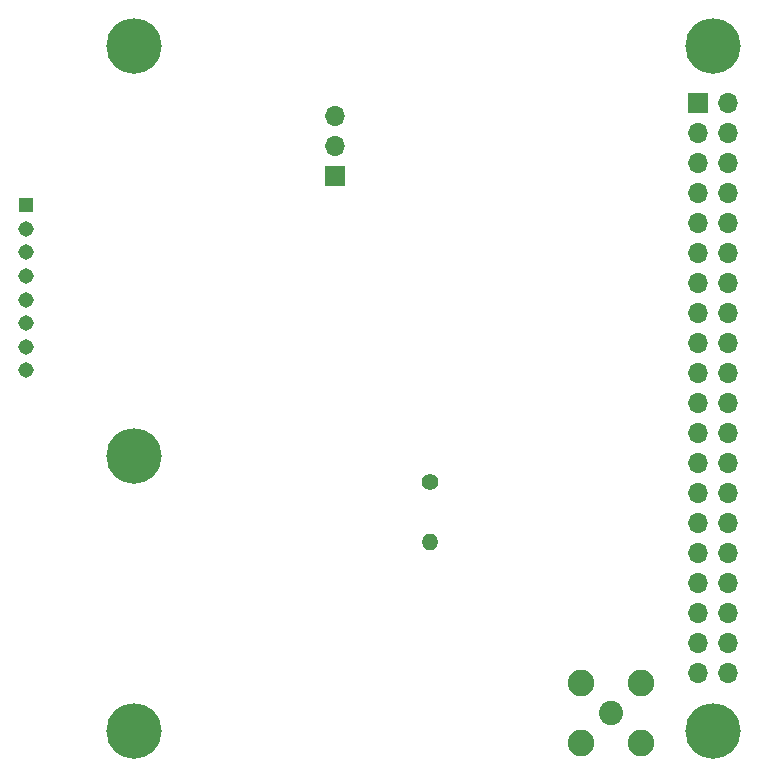
<source format=gbs>
%TF.GenerationSoftware,KiCad,Pcbnew,7.0.2-0*%
%TF.CreationDate,2023-12-02T21:38:18-08:00*%
%TF.ProjectId,RPi_interface,5250695f-696e-4746-9572-666163652e6b,1.0*%
%TF.SameCoordinates,Original*%
%TF.FileFunction,Soldermask,Bot*%
%TF.FilePolarity,Negative*%
%FSLAX46Y46*%
G04 Gerber Fmt 4.6, Leading zero omitted, Abs format (unit mm)*
G04 Created by KiCad (PCBNEW 7.0.2-0) date 2023-12-02 21:38:18*
%MOMM*%
%LPD*%
G01*
G04 APERTURE LIST*
%ADD10C,4.700000*%
%ADD11C,1.400000*%
%ADD12O,1.400000X1.400000*%
%ADD13C,2.050000*%
%ADD14C,2.250000*%
%ADD15R,1.700000X1.700000*%
%ADD16O,1.700000X1.700000*%
%ADD17R,1.308000X1.308000*%
%ADD18C,1.308000*%
G04 APERTURE END LIST*
D10*
%TO.C,H5*%
X102500000Y-86200000D03*
%TD*%
%TO.C,H2*%
X151500000Y-51500000D03*
%TD*%
%TO.C,H4*%
X151500000Y-109500000D03*
%TD*%
%TO.C,H1*%
X102500000Y-51500000D03*
%TD*%
D11*
%TO.C,TH1*%
X127550000Y-88460000D03*
D12*
X127550000Y-93540000D03*
%TD*%
D10*
%TO.C,H3*%
X102500000Y-109500000D03*
%TD*%
D13*
%TO.C,J4*%
X142830000Y-107960000D03*
D14*
X140290000Y-105420000D03*
X140290000Y-110500000D03*
X145370000Y-105420000D03*
X145370000Y-110500000D03*
%TD*%
D15*
%TO.C,J3*%
X119500000Y-62540000D03*
D16*
X119500000Y-60000000D03*
X119500000Y-57460000D03*
%TD*%
D17*
%TO.C,J2*%
X93300000Y-65000000D03*
D18*
X93300000Y-67000001D03*
X93300000Y-69000000D03*
X93300000Y-71000001D03*
X93300000Y-72999999D03*
X93300000Y-75000000D03*
X93300000Y-76999999D03*
X93300000Y-79000000D03*
%TD*%
D15*
%TO.C,J1*%
X150230000Y-56370000D03*
D16*
X152770000Y-56370000D03*
X150230000Y-58910000D03*
X152770000Y-58910000D03*
X150230000Y-61450000D03*
X152770000Y-61450000D03*
X150230000Y-63990000D03*
X152770000Y-63990000D03*
X150230000Y-66530000D03*
X152770000Y-66530000D03*
X150230000Y-69070000D03*
X152770000Y-69070000D03*
X150230000Y-71610000D03*
X152770000Y-71610000D03*
X150230000Y-74150000D03*
X152770000Y-74150000D03*
X150230000Y-76690000D03*
X152770000Y-76690000D03*
X150230000Y-79230000D03*
X152770000Y-79230000D03*
X150230000Y-81770000D03*
X152770000Y-81770000D03*
X150230000Y-84310000D03*
X152770000Y-84310000D03*
X150230000Y-86850000D03*
X152770000Y-86850000D03*
X150230000Y-89390000D03*
X152770000Y-89390000D03*
X150230000Y-91930000D03*
X152770000Y-91930000D03*
X150230000Y-94470000D03*
X152770000Y-94470000D03*
X150230000Y-97010000D03*
X152770000Y-97010000D03*
X150230000Y-99550000D03*
X152770000Y-99550000D03*
X150230000Y-102090000D03*
X152770000Y-102090000D03*
X150230000Y-104630000D03*
X152770000Y-104630000D03*
%TD*%
M02*

</source>
